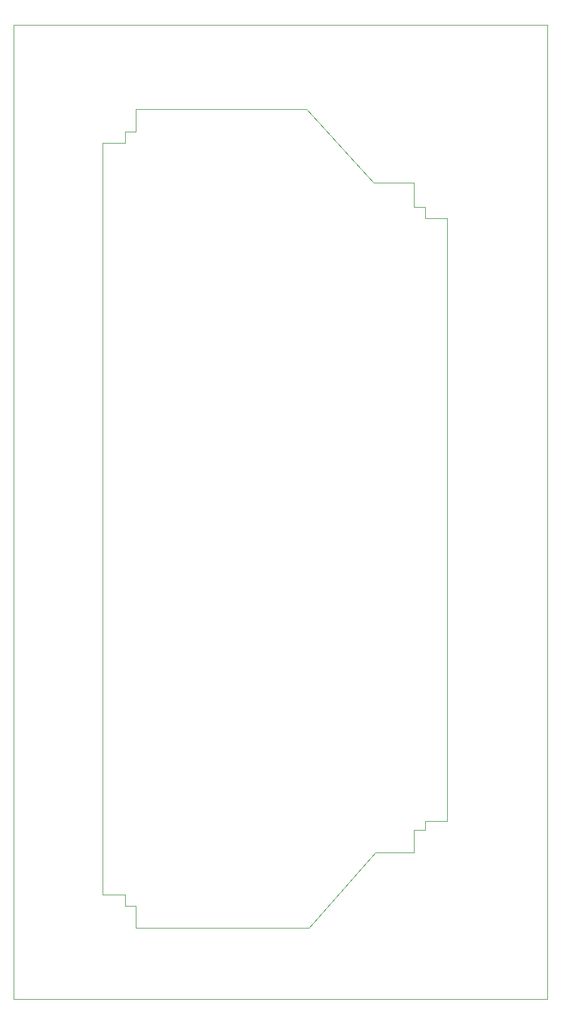
<source format=gbr>
%TF.GenerationSoftware,KiCad,Pcbnew,9.0.0-9.0.0-2~ubuntu24.04.1*%
%TF.CreationDate,2025-03-20T00:33:01-04:00*%
%TF.ProjectId,LVDS-PMOD,4c564453-2d50-44d4-9f44-2e6b69636164,1*%
%TF.SameCoordinates,Original*%
%TF.FileFunction,Other,User*%
%FSLAX46Y46*%
G04 Gerber Fmt 4.6, Leading zero omitted, Abs format (unit mm)*
G04 Created by KiCad (PCBNEW 9.0.0-9.0.0-2~ubuntu24.04.1) date 2025-03-20 00:33:01*
%MOMM*%
%LPD*%
G01*
G04 APERTURE LIST*
%ADD10C,0.100000*%
%ADD11C,0.025400*%
G04 APERTURE END LIST*
D10*
X15875000Y-16510000D02*
X92075000Y-16510000D01*
X92075000Y-155575000D01*
X15875000Y-155575000D01*
X15875000Y-16510000D01*
D11*
X67223408Y-39052500D02*
X73025000Y-39052500D01*
X73025000Y-42545000D01*
X74612500Y-42545000D01*
X74612500Y-44132500D01*
X77787500Y-44132500D01*
X77787500Y-130175000D01*
X74612500Y-130175000D01*
X74612500Y-131445000D01*
X73025000Y-131445000D01*
X73025000Y-134620000D01*
X67552794Y-134620000D01*
X58027794Y-145415000D01*
X33337500Y-145415000D01*
X33337500Y-142240000D01*
X31750000Y-142240000D01*
X31750000Y-140652500D01*
X28575000Y-140652500D01*
X28575000Y-33337500D01*
X31750000Y-33337500D01*
X31750000Y-31750000D01*
X33337500Y-31750000D01*
X33337500Y-28575000D01*
X57698408Y-28575000D01*
X67223408Y-39052500D01*
M02*

</source>
